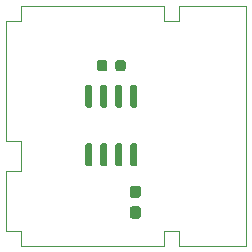
<source format=gbr>
%TF.GenerationSoftware,KiCad,Pcbnew,(5.1.9)-1*%
%TF.CreationDate,2021-05-27T15:02:39+02:00*%
%TF.ProjectId,15_XCAN,31355f58-4341-44e2-9e6b-696361645f70,rev?*%
%TF.SameCoordinates,Original*%
%TF.FileFunction,Paste,Top*%
%TF.FilePolarity,Positive*%
%FSLAX46Y46*%
G04 Gerber Fmt 4.6, Leading zero omitted, Abs format (unit mm)*
G04 Created by KiCad (PCBNEW (5.1.9)-1) date 2021-05-27 15:02:39*
%MOMM*%
%LPD*%
G01*
G04 APERTURE LIST*
%TA.AperFunction,Profile*%
%ADD10C,0.050000*%
%TD*%
G04 APERTURE END LIST*
D10*
X114935000Y-60960000D02*
X120650000Y-60960000D01*
X114935000Y-62230000D02*
X114935000Y-60960000D01*
X113665000Y-62230000D02*
X114935000Y-62230000D01*
X113665000Y-60960000D02*
X113665000Y-62230000D01*
X114935000Y-81280000D02*
X120650000Y-81280000D01*
X114935000Y-80010000D02*
X114935000Y-81280000D01*
X113665000Y-80010000D02*
X114935000Y-80010000D01*
X113665000Y-81280000D02*
X113665000Y-80010000D01*
X101600000Y-62230000D02*
X101600000Y-60960000D01*
X100330000Y-62230000D02*
X101600000Y-62230000D01*
X100330000Y-64770000D02*
X100330000Y-62230000D01*
X100330000Y-72390000D02*
X100330000Y-67310000D01*
X101600000Y-72390000D02*
X100330000Y-72390000D01*
X101600000Y-74930000D02*
X101600000Y-72390000D01*
X100330000Y-74930000D02*
X101600000Y-74930000D01*
X120650000Y-60960000D02*
X120650000Y-81280000D01*
X101600000Y-60960000D02*
X113665000Y-60960000D01*
X101600000Y-80010000D02*
X101600000Y-81280000D01*
X100330000Y-80010000D02*
X101600000Y-80010000D01*
X100330000Y-64770000D02*
X100330000Y-67310000D01*
X113665000Y-81280000D02*
X101600000Y-81280000D01*
X100330000Y-80010000D02*
X100330000Y-74930000D01*
%TO.C,R1*%
G36*
G01*
X111489500Y-77247000D02*
X111014500Y-77247000D01*
G75*
G02*
X110777000Y-77009500I0J237500D01*
G01*
X110777000Y-76434500D01*
G75*
G02*
X111014500Y-76197000I237500J0D01*
G01*
X111489500Y-76197000D01*
G75*
G02*
X111727000Y-76434500I0J-237500D01*
G01*
X111727000Y-77009500D01*
G75*
G02*
X111489500Y-77247000I-237500J0D01*
G01*
G37*
G36*
G01*
X111489500Y-78997000D02*
X111014500Y-78997000D01*
G75*
G02*
X110777000Y-78759500I0J237500D01*
G01*
X110777000Y-78184500D01*
G75*
G02*
X111014500Y-77947000I237500J0D01*
G01*
X111489500Y-77947000D01*
G75*
G02*
X111727000Y-78184500I0J-237500D01*
G01*
X111727000Y-78759500D01*
G75*
G02*
X111489500Y-78997000I-237500J0D01*
G01*
G37*
%TD*%
%TO.C,C1*%
G36*
G01*
X109545000Y-66290000D02*
X109545000Y-65790000D01*
G75*
G02*
X109770000Y-65565000I225000J0D01*
G01*
X110220000Y-65565000D01*
G75*
G02*
X110445000Y-65790000I0J-225000D01*
G01*
X110445000Y-66290000D01*
G75*
G02*
X110220000Y-66515000I-225000J0D01*
G01*
X109770000Y-66515000D01*
G75*
G02*
X109545000Y-66290000I0J225000D01*
G01*
G37*
G36*
G01*
X107995000Y-66290000D02*
X107995000Y-65790000D01*
G75*
G02*
X108220000Y-65565000I225000J0D01*
G01*
X108670000Y-65565000D01*
G75*
G02*
X108895000Y-65790000I0J-225000D01*
G01*
X108895000Y-66290000D01*
G75*
G02*
X108670000Y-66515000I-225000J0D01*
G01*
X108220000Y-66515000D01*
G75*
G02*
X107995000Y-66290000I0J225000D01*
G01*
G37*
%TD*%
%TO.C,U1*%
G36*
G01*
X110975000Y-72620000D02*
X111275000Y-72620000D01*
G75*
G02*
X111425000Y-72770000I0J-150000D01*
G01*
X111425000Y-74420000D01*
G75*
G02*
X111275000Y-74570000I-150000J0D01*
G01*
X110975000Y-74570000D01*
G75*
G02*
X110825000Y-74420000I0J150000D01*
G01*
X110825000Y-72770000D01*
G75*
G02*
X110975000Y-72620000I150000J0D01*
G01*
G37*
G36*
G01*
X109705000Y-72620000D02*
X110005000Y-72620000D01*
G75*
G02*
X110155000Y-72770000I0J-150000D01*
G01*
X110155000Y-74420000D01*
G75*
G02*
X110005000Y-74570000I-150000J0D01*
G01*
X109705000Y-74570000D01*
G75*
G02*
X109555000Y-74420000I0J150000D01*
G01*
X109555000Y-72770000D01*
G75*
G02*
X109705000Y-72620000I150000J0D01*
G01*
G37*
G36*
G01*
X108435000Y-72620000D02*
X108735000Y-72620000D01*
G75*
G02*
X108885000Y-72770000I0J-150000D01*
G01*
X108885000Y-74420000D01*
G75*
G02*
X108735000Y-74570000I-150000J0D01*
G01*
X108435000Y-74570000D01*
G75*
G02*
X108285000Y-74420000I0J150000D01*
G01*
X108285000Y-72770000D01*
G75*
G02*
X108435000Y-72620000I150000J0D01*
G01*
G37*
G36*
G01*
X107165000Y-72620000D02*
X107465000Y-72620000D01*
G75*
G02*
X107615000Y-72770000I0J-150000D01*
G01*
X107615000Y-74420000D01*
G75*
G02*
X107465000Y-74570000I-150000J0D01*
G01*
X107165000Y-74570000D01*
G75*
G02*
X107015000Y-74420000I0J150000D01*
G01*
X107015000Y-72770000D01*
G75*
G02*
X107165000Y-72620000I150000J0D01*
G01*
G37*
G36*
G01*
X107165000Y-67670000D02*
X107465000Y-67670000D01*
G75*
G02*
X107615000Y-67820000I0J-150000D01*
G01*
X107615000Y-69470000D01*
G75*
G02*
X107465000Y-69620000I-150000J0D01*
G01*
X107165000Y-69620000D01*
G75*
G02*
X107015000Y-69470000I0J150000D01*
G01*
X107015000Y-67820000D01*
G75*
G02*
X107165000Y-67670000I150000J0D01*
G01*
G37*
G36*
G01*
X108435000Y-67670000D02*
X108735000Y-67670000D01*
G75*
G02*
X108885000Y-67820000I0J-150000D01*
G01*
X108885000Y-69470000D01*
G75*
G02*
X108735000Y-69620000I-150000J0D01*
G01*
X108435000Y-69620000D01*
G75*
G02*
X108285000Y-69470000I0J150000D01*
G01*
X108285000Y-67820000D01*
G75*
G02*
X108435000Y-67670000I150000J0D01*
G01*
G37*
G36*
G01*
X109705000Y-67670000D02*
X110005000Y-67670000D01*
G75*
G02*
X110155000Y-67820000I0J-150000D01*
G01*
X110155000Y-69470000D01*
G75*
G02*
X110005000Y-69620000I-150000J0D01*
G01*
X109705000Y-69620000D01*
G75*
G02*
X109555000Y-69470000I0J150000D01*
G01*
X109555000Y-67820000D01*
G75*
G02*
X109705000Y-67670000I150000J0D01*
G01*
G37*
G36*
G01*
X110975000Y-67670000D02*
X111275000Y-67670000D01*
G75*
G02*
X111425000Y-67820000I0J-150000D01*
G01*
X111425000Y-69470000D01*
G75*
G02*
X111275000Y-69620000I-150000J0D01*
G01*
X110975000Y-69620000D01*
G75*
G02*
X110825000Y-69470000I0J150000D01*
G01*
X110825000Y-67820000D01*
G75*
G02*
X110975000Y-67670000I150000J0D01*
G01*
G37*
%TD*%
M02*

</source>
